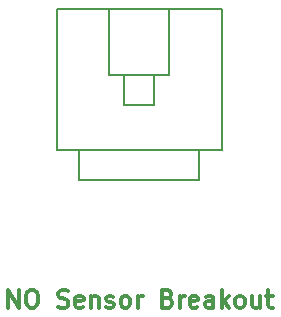
<source format=gbr>
%TF.GenerationSoftware,KiCad,Pcbnew,(5.1.10)-1*%
%TF.CreationDate,2022-03-20T15:01:24-05:00*%
%TF.ProjectId,NO_Breakout_Board,4e4f5f42-7265-4616-9b6f-75745f426f61,rev?*%
%TF.SameCoordinates,Original*%
%TF.FileFunction,Legend,Top*%
%TF.FilePolarity,Positive*%
%FSLAX46Y46*%
G04 Gerber Fmt 4.6, Leading zero omitted, Abs format (unit mm)*
G04 Created by KiCad (PCBNEW (5.1.10)-1) date 2022-03-20 15:01:24*
%MOMM*%
%LPD*%
G01*
G04 APERTURE LIST*
%ADD10C,0.300000*%
%ADD11C,0.150000*%
G04 APERTURE END LIST*
D10*
X126850571Y-95928571D02*
X126850571Y-94428571D01*
X127707714Y-95928571D01*
X127707714Y-94428571D01*
X128707714Y-94428571D02*
X128993428Y-94428571D01*
X129136285Y-94500000D01*
X129279142Y-94642857D01*
X129350571Y-94928571D01*
X129350571Y-95428571D01*
X129279142Y-95714285D01*
X129136285Y-95857142D01*
X128993428Y-95928571D01*
X128707714Y-95928571D01*
X128564857Y-95857142D01*
X128422000Y-95714285D01*
X128350571Y-95428571D01*
X128350571Y-94928571D01*
X128422000Y-94642857D01*
X128564857Y-94500000D01*
X128707714Y-94428571D01*
X131064857Y-95857142D02*
X131279142Y-95928571D01*
X131636285Y-95928571D01*
X131779142Y-95857142D01*
X131850571Y-95785714D01*
X131922000Y-95642857D01*
X131922000Y-95500000D01*
X131850571Y-95357142D01*
X131779142Y-95285714D01*
X131636285Y-95214285D01*
X131350571Y-95142857D01*
X131207714Y-95071428D01*
X131136285Y-95000000D01*
X131064857Y-94857142D01*
X131064857Y-94714285D01*
X131136285Y-94571428D01*
X131207714Y-94500000D01*
X131350571Y-94428571D01*
X131707714Y-94428571D01*
X131922000Y-94500000D01*
X133136285Y-95857142D02*
X132993428Y-95928571D01*
X132707714Y-95928571D01*
X132564857Y-95857142D01*
X132493428Y-95714285D01*
X132493428Y-95142857D01*
X132564857Y-95000000D01*
X132707714Y-94928571D01*
X132993428Y-94928571D01*
X133136285Y-95000000D01*
X133207714Y-95142857D01*
X133207714Y-95285714D01*
X132493428Y-95428571D01*
X133850571Y-94928571D02*
X133850571Y-95928571D01*
X133850571Y-95071428D02*
X133922000Y-95000000D01*
X134064857Y-94928571D01*
X134279142Y-94928571D01*
X134422000Y-95000000D01*
X134493428Y-95142857D01*
X134493428Y-95928571D01*
X135136285Y-95857142D02*
X135279142Y-95928571D01*
X135564857Y-95928571D01*
X135707714Y-95857142D01*
X135779142Y-95714285D01*
X135779142Y-95642857D01*
X135707714Y-95500000D01*
X135564857Y-95428571D01*
X135350571Y-95428571D01*
X135207714Y-95357142D01*
X135136285Y-95214285D01*
X135136285Y-95142857D01*
X135207714Y-95000000D01*
X135350571Y-94928571D01*
X135564857Y-94928571D01*
X135707714Y-95000000D01*
X136636285Y-95928571D02*
X136493428Y-95857142D01*
X136422000Y-95785714D01*
X136350571Y-95642857D01*
X136350571Y-95214285D01*
X136422000Y-95071428D01*
X136493428Y-95000000D01*
X136636285Y-94928571D01*
X136850571Y-94928571D01*
X136993428Y-95000000D01*
X137064857Y-95071428D01*
X137136285Y-95214285D01*
X137136285Y-95642857D01*
X137064857Y-95785714D01*
X136993428Y-95857142D01*
X136850571Y-95928571D01*
X136636285Y-95928571D01*
X137779142Y-95928571D02*
X137779142Y-94928571D01*
X137779142Y-95214285D02*
X137850571Y-95071428D01*
X137922000Y-95000000D01*
X138064857Y-94928571D01*
X138207714Y-94928571D01*
X140350571Y-95142857D02*
X140564857Y-95214285D01*
X140636285Y-95285714D01*
X140707714Y-95428571D01*
X140707714Y-95642857D01*
X140636285Y-95785714D01*
X140564857Y-95857142D01*
X140422000Y-95928571D01*
X139850571Y-95928571D01*
X139850571Y-94428571D01*
X140350571Y-94428571D01*
X140493428Y-94500000D01*
X140564857Y-94571428D01*
X140636285Y-94714285D01*
X140636285Y-94857142D01*
X140564857Y-95000000D01*
X140493428Y-95071428D01*
X140350571Y-95142857D01*
X139850571Y-95142857D01*
X141350571Y-95928571D02*
X141350571Y-94928571D01*
X141350571Y-95214285D02*
X141422000Y-95071428D01*
X141493428Y-95000000D01*
X141636285Y-94928571D01*
X141779142Y-94928571D01*
X142850571Y-95857142D02*
X142707714Y-95928571D01*
X142422000Y-95928571D01*
X142279142Y-95857142D01*
X142207714Y-95714285D01*
X142207714Y-95142857D01*
X142279142Y-95000000D01*
X142422000Y-94928571D01*
X142707714Y-94928571D01*
X142850571Y-95000000D01*
X142922000Y-95142857D01*
X142922000Y-95285714D01*
X142207714Y-95428571D01*
X144207714Y-95928571D02*
X144207714Y-95142857D01*
X144136285Y-95000000D01*
X143993428Y-94928571D01*
X143707714Y-94928571D01*
X143564857Y-95000000D01*
X144207714Y-95857142D02*
X144064857Y-95928571D01*
X143707714Y-95928571D01*
X143564857Y-95857142D01*
X143493428Y-95714285D01*
X143493428Y-95571428D01*
X143564857Y-95428571D01*
X143707714Y-95357142D01*
X144064857Y-95357142D01*
X144207714Y-95285714D01*
X144922000Y-95928571D02*
X144922000Y-94428571D01*
X145064857Y-95357142D02*
X145493428Y-95928571D01*
X145493428Y-94928571D02*
X144922000Y-95500000D01*
X146350571Y-95928571D02*
X146207714Y-95857142D01*
X146136285Y-95785714D01*
X146064857Y-95642857D01*
X146064857Y-95214285D01*
X146136285Y-95071428D01*
X146207714Y-95000000D01*
X146350571Y-94928571D01*
X146564857Y-94928571D01*
X146707714Y-95000000D01*
X146779142Y-95071428D01*
X146850571Y-95214285D01*
X146850571Y-95642857D01*
X146779142Y-95785714D01*
X146707714Y-95857142D01*
X146564857Y-95928571D01*
X146350571Y-95928571D01*
X148136285Y-94928571D02*
X148136285Y-95928571D01*
X147493428Y-94928571D02*
X147493428Y-95714285D01*
X147564857Y-95857142D01*
X147707714Y-95928571D01*
X147922000Y-95928571D01*
X148064857Y-95857142D01*
X148136285Y-95785714D01*
X148636285Y-94928571D02*
X149207714Y-94928571D01*
X148850571Y-94428571D02*
X148850571Y-95714285D01*
X148922000Y-95857142D01*
X149064857Y-95928571D01*
X149207714Y-95928571D01*
D11*
%TO.C,Conn1*%
X130937000Y-70612000D02*
X144907000Y-70612000D01*
X135382000Y-76200000D02*
X140462000Y-76200000D01*
X139192000Y-76200000D02*
X139192000Y-78740000D01*
X139192000Y-78740000D02*
X136652000Y-78740000D01*
X140462000Y-70612000D02*
X140462000Y-76200000D01*
X144907000Y-82550000D02*
X144907000Y-70612000D01*
X143002000Y-85090000D02*
X132842000Y-85090000D01*
X135382000Y-70612000D02*
X135382000Y-71120000D01*
X130937000Y-82550000D02*
X130937000Y-70612000D01*
X132842000Y-82550000D02*
X130937000Y-82550000D01*
X135382000Y-74930000D02*
X135382000Y-76200000D01*
X135382000Y-74930000D02*
X135382000Y-71120000D01*
X136652000Y-76200000D02*
X136652000Y-78740000D01*
X132842000Y-82550000D02*
X144907000Y-82550000D01*
X143002000Y-82550000D02*
X143002000Y-85090000D01*
X132842000Y-85090000D02*
X132842000Y-82550000D01*
%TD*%
M02*

</source>
